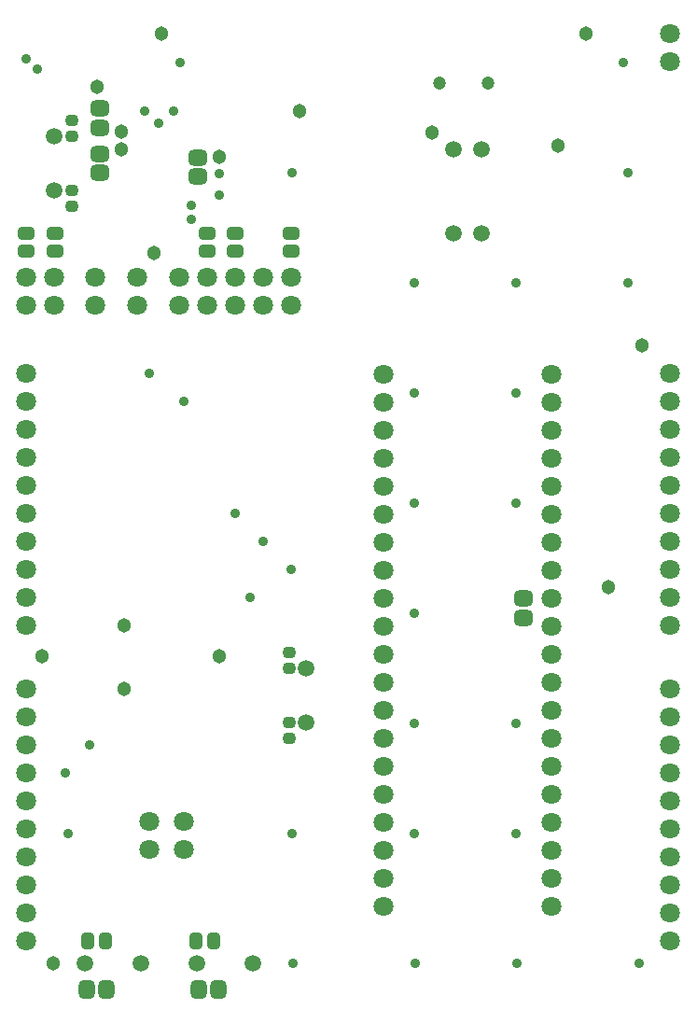
<source format=gbs>
%FSTAX43Y43*%
%MOMM*%
G71*
G01*
G75*
G04 Layer_Color=3394611*
G04:AMPARAMS|DCode=10|XSize=1.3mm|YSize=1mm|CornerRadius=0.25mm|HoleSize=0mm|Usage=FLASHONLY|Rotation=270.000|XOffset=0mm|YOffset=0mm|HoleType=Round|Shape=RoundedRectangle|*
%AMROUNDEDRECTD10*
21,1,1.300,0.500,0,0,270.0*
21,1,0.800,1.000,0,0,270.0*
1,1,0.500,-0.250,-0.400*
1,1,0.500,-0.250,0.400*
1,1,0.500,0.250,0.400*
1,1,0.500,0.250,-0.400*
%
%ADD10ROUNDEDRECTD10*%
G04:AMPARAMS|DCode=11|XSize=1.5mm|YSize=1.3mm|CornerRadius=0.325mm|HoleSize=0mm|Usage=FLASHONLY|Rotation=270.000|XOffset=0mm|YOffset=0mm|HoleType=Round|Shape=RoundedRectangle|*
%AMROUNDEDRECTD11*
21,1,1.500,0.650,0,0,270.0*
21,1,0.850,1.300,0,0,270.0*
1,1,0.650,-0.325,-0.425*
1,1,0.650,-0.325,0.425*
1,1,0.650,0.325,0.425*
1,1,0.650,0.325,-0.425*
%
%ADD11ROUNDEDRECTD11*%
G04:AMPARAMS|DCode=12|XSize=1.9mm|YSize=0.5mm|CornerRadius=0.125mm|HoleSize=0mm|Usage=FLASHONLY|Rotation=0.000|XOffset=0mm|YOffset=0mm|HoleType=Round|Shape=RoundedRectangle|*
%AMROUNDEDRECTD12*
21,1,1.900,0.250,0,0,0.0*
21,1,1.650,0.500,0,0,0.0*
1,1,0.250,0.825,-0.125*
1,1,0.250,-0.825,-0.125*
1,1,0.250,-0.825,0.125*
1,1,0.250,0.825,0.125*
%
%ADD12ROUNDEDRECTD12*%
G04:AMPARAMS|DCode=13|XSize=1.9mm|YSize=0.5mm|CornerRadius=0.125mm|HoleSize=0mm|Usage=FLASHONLY|Rotation=90.000|XOffset=0mm|YOffset=0mm|HoleType=Round|Shape=RoundedRectangle|*
%AMROUNDEDRECTD13*
21,1,1.900,0.250,0,0,90.0*
21,1,1.650,0.500,0,0,90.0*
1,1,0.250,0.125,0.825*
1,1,0.250,0.125,-0.825*
1,1,0.250,-0.125,-0.825*
1,1,0.250,-0.125,0.825*
%
%ADD13ROUNDEDRECTD13*%
G04:AMPARAMS|DCode=14|XSize=1.3mm|YSize=1mm|CornerRadius=0.25mm|HoleSize=0mm|Usage=FLASHONLY|Rotation=180.000|XOffset=0mm|YOffset=0mm|HoleType=Round|Shape=RoundedRectangle|*
%AMROUNDEDRECTD14*
21,1,1.300,0.500,0,0,180.0*
21,1,0.800,1.000,0,0,180.0*
1,1,0.500,-0.400,0.250*
1,1,0.500,0.400,0.250*
1,1,0.500,0.400,-0.250*
1,1,0.500,-0.400,-0.250*
%
%ADD14ROUNDEDRECTD14*%
G04:AMPARAMS|DCode=15|XSize=1.5mm|YSize=1.3mm|CornerRadius=0.325mm|HoleSize=0mm|Usage=FLASHONLY|Rotation=0.000|XOffset=0mm|YOffset=0mm|HoleType=Round|Shape=RoundedRectangle|*
%AMROUNDEDRECTD15*
21,1,1.500,0.650,0,0,0.0*
21,1,0.850,1.300,0,0,0.0*
1,1,0.650,0.425,-0.325*
1,1,0.650,-0.425,-0.325*
1,1,0.650,-0.425,0.325*
1,1,0.650,0.425,0.325*
%
%ADD15ROUNDEDRECTD15*%
G04:AMPARAMS|DCode=16|XSize=2.65mm|YSize=1.75mm|CornerRadius=0.438mm|HoleSize=0mm|Usage=FLASHONLY|Rotation=270.000|XOffset=0mm|YOffset=0mm|HoleType=Round|Shape=RoundedRectangle|*
%AMROUNDEDRECTD16*
21,1,2.650,0.875,0,0,270.0*
21,1,1.775,1.750,0,0,270.0*
1,1,0.875,-0.438,-0.887*
1,1,0.875,-0.438,0.887*
1,1,0.875,0.438,0.887*
1,1,0.875,0.438,-0.887*
%
%ADD16ROUNDEDRECTD16*%
G04:AMPARAMS|DCode=17|XSize=0.9mm|YSize=2.7mm|CornerRadius=0.225mm|HoleSize=0mm|Usage=FLASHONLY|Rotation=270.000|XOffset=0mm|YOffset=0mm|HoleType=Round|Shape=RoundedRectangle|*
%AMROUNDEDRECTD17*
21,1,0.900,2.250,0,0,270.0*
21,1,0.450,2.700,0,0,270.0*
1,1,0.450,-1.125,-0.225*
1,1,0.450,-1.125,0.225*
1,1,0.450,1.125,0.225*
1,1,0.450,1.125,-0.225*
%
%ADD17ROUNDEDRECTD17*%
G04:AMPARAMS|DCode=18|XSize=1mm|YSize=2.8mm|CornerRadius=0.25mm|HoleSize=0mm|Usage=FLASHONLY|Rotation=270.000|XOffset=0mm|YOffset=0mm|HoleType=Round|Shape=RoundedRectangle|*
%AMROUNDEDRECTD18*
21,1,1.000,2.300,0,0,270.0*
21,1,0.500,2.800,0,0,270.0*
1,1,0.500,-1.150,-0.250*
1,1,0.500,-1.150,0.250*
1,1,0.500,1.150,0.250*
1,1,0.500,1.150,-0.250*
%
%ADD18ROUNDEDRECTD18*%
G04:AMPARAMS|DCode=19|XSize=1.5mm|YSize=1.25mm|CornerRadius=0.313mm|HoleSize=0mm|Usage=FLASHONLY|Rotation=0.000|XOffset=0mm|YOffset=0mm|HoleType=Round|Shape=RoundedRectangle|*
%AMROUNDEDRECTD19*
21,1,1.500,0.625,0,0,0.0*
21,1,0.875,1.250,0,0,0.0*
1,1,0.625,0.438,-0.313*
1,1,0.625,-0.438,-0.313*
1,1,0.625,-0.438,0.313*
1,1,0.625,0.438,0.313*
%
%ADD19ROUNDEDRECTD19*%
%ADD20O,0.500X2.250*%
G04:AMPARAMS|DCode=21|XSize=2.5mm|YSize=2mm|CornerRadius=0.5mm|HoleSize=0mm|Usage=FLASHONLY|Rotation=90.000|XOffset=0mm|YOffset=0mm|HoleType=Round|Shape=RoundedRectangle|*
%AMROUNDEDRECTD21*
21,1,2.500,1.000,0,0,90.0*
21,1,1.500,2.000,0,0,90.0*
1,1,1.000,0.500,0.750*
1,1,1.000,0.500,-0.750*
1,1,1.000,-0.500,-0.750*
1,1,1.000,-0.500,0.750*
%
%ADD21ROUNDEDRECTD21*%
%ADD22C,0.500*%
%ADD23C,1.000*%
%ADD24C,0.300*%
%ADD25C,1.600*%
%ADD26C,1.300*%
%ADD27C,1.000*%
%ADD28C,1.100*%
%ADD29C,0.700*%
G04:AMPARAMS|DCode=30|XSize=0.9mm|YSize=0.8mm|CornerRadius=0.2mm|HoleSize=0mm|Usage=FLASHONLY|Rotation=180.000|XOffset=0mm|YOffset=0mm|HoleType=Round|Shape=RoundedRectangle|*
%AMROUNDEDRECTD30*
21,1,0.900,0.400,0,0,180.0*
21,1,0.500,0.800,0,0,180.0*
1,1,0.400,-0.250,0.200*
1,1,0.400,0.250,0.200*
1,1,0.400,0.250,-0.200*
1,1,0.400,-0.250,-0.200*
%
%ADD30ROUNDEDRECTD30*%
G04:AMPARAMS|DCode=31|XSize=1.5mm|YSize=1.25mm|CornerRadius=0.313mm|HoleSize=0mm|Usage=FLASHONLY|Rotation=270.000|XOffset=0mm|YOffset=0mm|HoleType=Round|Shape=RoundedRectangle|*
%AMROUNDEDRECTD31*
21,1,1.500,0.625,0,0,270.0*
21,1,0.875,1.250,0,0,270.0*
1,1,0.625,-0.313,-0.438*
1,1,0.625,-0.313,0.438*
1,1,0.625,0.313,0.438*
1,1,0.625,0.313,-0.438*
%
%ADD31ROUNDEDRECTD31*%
%ADD32C,0.178*%
%ADD33C,0.005*%
%ADD34C,0.250*%
%ADD35C,0.254*%
%ADD36C,0.400*%
G04:AMPARAMS|DCode=37|XSize=1.503mm|YSize=1.203mm|CornerRadius=0.352mm|HoleSize=0mm|Usage=FLASHONLY|Rotation=270.000|XOffset=0mm|YOffset=0mm|HoleType=Round|Shape=RoundedRectangle|*
%AMROUNDEDRECTD37*
21,1,1.503,0.500,0,0,270.0*
21,1,0.800,1.203,0,0,270.0*
1,1,0.703,-0.250,-0.400*
1,1,0.703,-0.250,0.400*
1,1,0.703,0.250,0.400*
1,1,0.703,0.250,-0.400*
%
%ADD37ROUNDEDRECTD37*%
G04:AMPARAMS|DCode=38|XSize=1.703mm|YSize=1.503mm|CornerRadius=0.427mm|HoleSize=0mm|Usage=FLASHONLY|Rotation=270.000|XOffset=0mm|YOffset=0mm|HoleType=Round|Shape=RoundedRectangle|*
%AMROUNDEDRECTD38*
21,1,1.703,0.650,0,0,270.0*
21,1,0.850,1.503,0,0,270.0*
1,1,0.853,-0.325,-0.425*
1,1,0.853,-0.325,0.425*
1,1,0.853,0.325,0.425*
1,1,0.853,0.325,-0.425*
%
%ADD38ROUNDEDRECTD38*%
G04:AMPARAMS|DCode=39|XSize=2.1mm|YSize=0.7mm|CornerRadius=0.225mm|HoleSize=0mm|Usage=FLASHONLY|Rotation=0.000|XOffset=0mm|YOffset=0mm|HoleType=Round|Shape=RoundedRectangle|*
%AMROUNDEDRECTD39*
21,1,2.100,0.250,0,0,0.0*
21,1,1.650,0.700,0,0,0.0*
1,1,0.450,0.825,-0.125*
1,1,0.450,-0.825,-0.125*
1,1,0.450,-0.825,0.125*
1,1,0.450,0.825,0.125*
%
%ADD39ROUNDEDRECTD39*%
G04:AMPARAMS|DCode=40|XSize=2.1mm|YSize=0.7mm|CornerRadius=0.225mm|HoleSize=0mm|Usage=FLASHONLY|Rotation=90.000|XOffset=0mm|YOffset=0mm|HoleType=Round|Shape=RoundedRectangle|*
%AMROUNDEDRECTD40*
21,1,2.100,0.250,0,0,90.0*
21,1,1.650,0.700,0,0,90.0*
1,1,0.450,0.125,0.825*
1,1,0.450,0.125,-0.825*
1,1,0.450,-0.125,-0.825*
1,1,0.450,-0.125,0.825*
%
%ADD40ROUNDEDRECTD40*%
G04:AMPARAMS|DCode=41|XSize=1.503mm|YSize=1.203mm|CornerRadius=0.352mm|HoleSize=0mm|Usage=FLASHONLY|Rotation=180.000|XOffset=0mm|YOffset=0mm|HoleType=Round|Shape=RoundedRectangle|*
%AMROUNDEDRECTD41*
21,1,1.503,0.500,0,0,180.0*
21,1,0.800,1.203,0,0,180.0*
1,1,0.703,-0.400,0.250*
1,1,0.703,0.400,0.250*
1,1,0.703,0.400,-0.250*
1,1,0.703,-0.400,-0.250*
%
%ADD41ROUNDEDRECTD41*%
G04:AMPARAMS|DCode=42|XSize=1.703mm|YSize=1.503mm|CornerRadius=0.427mm|HoleSize=0mm|Usage=FLASHONLY|Rotation=0.000|XOffset=0mm|YOffset=0mm|HoleType=Round|Shape=RoundedRectangle|*
%AMROUNDEDRECTD42*
21,1,1.703,0.650,0,0,0.0*
21,1,0.850,1.503,0,0,0.0*
1,1,0.853,0.425,-0.325*
1,1,0.853,-0.425,-0.325*
1,1,0.853,-0.425,0.325*
1,1,0.853,0.425,0.325*
%
%ADD42ROUNDEDRECTD42*%
G04:AMPARAMS|DCode=43|XSize=2.853mm|YSize=1.953mm|CornerRadius=0.539mm|HoleSize=0mm|Usage=FLASHONLY|Rotation=270.000|XOffset=0mm|YOffset=0mm|HoleType=Round|Shape=RoundedRectangle|*
%AMROUNDEDRECTD43*
21,1,2.853,0.875,0,0,270.0*
21,1,1.775,1.953,0,0,270.0*
1,1,1.078,-0.438,-0.887*
1,1,1.078,-0.438,0.887*
1,1,1.078,0.438,0.887*
1,1,1.078,0.438,-0.887*
%
%ADD43ROUNDEDRECTD43*%
G04:AMPARAMS|DCode=44|XSize=1.103mm|YSize=2.903mm|CornerRadius=0.327mm|HoleSize=0mm|Usage=FLASHONLY|Rotation=270.000|XOffset=0mm|YOffset=0mm|HoleType=Round|Shape=RoundedRectangle|*
%AMROUNDEDRECTD44*
21,1,1.103,2.250,0,0,270.0*
21,1,0.450,2.903,0,0,270.0*
1,1,0.653,-1.125,-0.225*
1,1,0.653,-1.125,0.225*
1,1,0.653,1.125,0.225*
1,1,0.653,1.125,-0.225*
%
%ADD44ROUNDEDRECTD44*%
G04:AMPARAMS|DCode=45|XSize=1.203mm|YSize=3.003mm|CornerRadius=0.352mm|HoleSize=0mm|Usage=FLASHONLY|Rotation=270.000|XOffset=0mm|YOffset=0mm|HoleType=Round|Shape=RoundedRectangle|*
%AMROUNDEDRECTD45*
21,1,1.203,2.300,0,0,270.0*
21,1,0.500,3.003,0,0,270.0*
1,1,0.703,-1.150,-0.250*
1,1,0.703,-1.150,0.250*
1,1,0.703,1.150,0.250*
1,1,0.703,1.150,-0.250*
%
%ADD45ROUNDEDRECTD45*%
G04:AMPARAMS|DCode=46|XSize=1.703mm|YSize=1.453mm|CornerRadius=0.414mm|HoleSize=0mm|Usage=FLASHONLY|Rotation=0.000|XOffset=0mm|YOffset=0mm|HoleType=Round|Shape=RoundedRectangle|*
%AMROUNDEDRECTD46*
21,1,1.703,0.625,0,0,0.0*
21,1,0.875,1.453,0,0,0.0*
1,1,0.828,0.438,-0.313*
1,1,0.828,-0.438,-0.313*
1,1,0.828,-0.438,0.313*
1,1,0.828,0.438,0.313*
%
%ADD46ROUNDEDRECTD46*%
%ADD47O,0.703X2.453*%
G04:AMPARAMS|DCode=48|XSize=2.703mm|YSize=2.203mm|CornerRadius=0.602mm|HoleSize=0mm|Usage=FLASHONLY|Rotation=90.000|XOffset=0mm|YOffset=0mm|HoleType=Round|Shape=RoundedRectangle|*
%AMROUNDEDRECTD48*
21,1,2.703,1.000,0,0,90.0*
21,1,1.500,2.203,0,0,90.0*
1,1,1.203,0.500,0.750*
1,1,1.203,0.500,-0.750*
1,1,1.203,-0.500,-0.750*
1,1,1.203,-0.500,0.750*
%
%ADD48ROUNDEDRECTD48*%
%ADD49C,1.800*%
%ADD50C,1.803*%
%ADD51C,1.500*%
%ADD52C,1.503*%
%ADD53C,1.200*%
%ADD54C,1.303*%
%ADD55C,0.903*%
G04:AMPARAMS|DCode=56|XSize=1.103mm|YSize=1.003mm|CornerRadius=0.302mm|HoleSize=0mm|Usage=FLASHONLY|Rotation=180.000|XOffset=0mm|YOffset=0mm|HoleType=Round|Shape=RoundedRectangle|*
%AMROUNDEDRECTD56*
21,1,1.103,0.400,0,0,180.0*
21,1,0.500,1.003,0,0,180.0*
1,1,0.603,-0.250,0.200*
1,1,0.603,0.250,0.200*
1,1,0.603,0.250,-0.200*
1,1,0.603,-0.250,-0.200*
%
%ADD56ROUNDEDRECTD56*%
G04:AMPARAMS|DCode=57|XSize=1.703mm|YSize=1.453mm|CornerRadius=0.414mm|HoleSize=0mm|Usage=FLASHONLY|Rotation=270.000|XOffset=0mm|YOffset=0mm|HoleType=Round|Shape=RoundedRectangle|*
%AMROUNDEDRECTD57*
21,1,1.703,0.625,0,0,270.0*
21,1,0.875,1.453,0,0,270.0*
1,1,0.828,-0.313,-0.438*
1,1,0.828,-0.313,0.438*
1,1,0.828,0.313,0.438*
1,1,0.828,0.313,-0.438*
%
%ADD57ROUNDEDRECTD57*%
D37*
X0029362Y0060325D02*
D03*
X0030962D02*
D03*
X0039205D02*
D03*
X0040805D02*
D03*
D41*
X00238Y0124498D02*
D03*
Y0122898D02*
D03*
X00264Y0124498D02*
D03*
Y0122898D02*
D03*
X0040195D02*
D03*
Y0124498D02*
D03*
X0042736Y0122898D02*
D03*
Y0124498D02*
D03*
X0047815Y0122898D02*
D03*
Y0124498D02*
D03*
D46*
X003048Y0131685D02*
D03*
Y0129935D02*
D03*
Y0134062D02*
D03*
Y0135812D02*
D03*
X003937Y0131367D02*
D03*
Y0129617D02*
D03*
X0068897Y0089613D02*
D03*
Y0091363D02*
D03*
D49*
X0023813Y0120523D02*
D03*
X0026353D02*
D03*
X0037655Y0117983D02*
D03*
X0040195D02*
D03*
X0042736D02*
D03*
X0045276D02*
D03*
X0047815D02*
D03*
Y0120523D02*
D03*
X0045276D02*
D03*
X0042736D02*
D03*
X0040195D02*
D03*
X0037655D02*
D03*
X0082232Y0140018D02*
D03*
Y0142557D02*
D03*
X0034925Y006858D02*
D03*
Y007112D02*
D03*
X00381Y006858D02*
D03*
Y007112D02*
D03*
X0023812Y011176D02*
D03*
Y010922D02*
D03*
Y010668D02*
D03*
Y010414D02*
D03*
Y01016D02*
D03*
Y009906D02*
D03*
Y009652D02*
D03*
Y009398D02*
D03*
Y009144D02*
D03*
Y00889D02*
D03*
Y0060325D02*
D03*
Y0062865D02*
D03*
Y0065405D02*
D03*
Y0067945D02*
D03*
Y0070485D02*
D03*
Y0073025D02*
D03*
Y0075565D02*
D03*
Y0078105D02*
D03*
Y0080645D02*
D03*
Y0083185D02*
D03*
X0082232Y0060325D02*
D03*
Y0062865D02*
D03*
Y0065405D02*
D03*
Y0067945D02*
D03*
Y0070485D02*
D03*
Y0073025D02*
D03*
Y0075565D02*
D03*
Y0078105D02*
D03*
Y0080645D02*
D03*
Y0083185D02*
D03*
X0033846Y0120523D02*
D03*
Y0117983D02*
D03*
X0030035D02*
D03*
Y0120523D02*
D03*
X0023812Y0117983D02*
D03*
X0026353D02*
D03*
X0082232Y011176D02*
D03*
Y010922D02*
D03*
Y010668D02*
D03*
Y010414D02*
D03*
Y01016D02*
D03*
Y009906D02*
D03*
Y009652D02*
D03*
Y009398D02*
D03*
Y009144D02*
D03*
Y00889D02*
D03*
D50*
X0056197Y0111713D02*
D03*
Y0109173D02*
D03*
Y0106632D02*
D03*
Y0104092D02*
D03*
Y0101552D02*
D03*
Y0099012D02*
D03*
Y0096473D02*
D03*
Y0093933D02*
D03*
Y0091393D02*
D03*
Y0088853D02*
D03*
Y0086312D02*
D03*
Y0083772D02*
D03*
Y0081232D02*
D03*
Y0078692D02*
D03*
Y0076152D02*
D03*
Y0073613D02*
D03*
Y0071073D02*
D03*
Y0068533D02*
D03*
Y0065993D02*
D03*
Y0063452D02*
D03*
X0071438Y0111713D02*
D03*
Y0109173D02*
D03*
Y0106632D02*
D03*
Y0104092D02*
D03*
Y0101552D02*
D03*
Y0099012D02*
D03*
Y0096473D02*
D03*
Y0093933D02*
D03*
Y0091393D02*
D03*
Y0088853D02*
D03*
Y0086312D02*
D03*
Y0083772D02*
D03*
Y0081232D02*
D03*
Y0078692D02*
D03*
Y0076152D02*
D03*
Y0073613D02*
D03*
Y0071073D02*
D03*
Y0068533D02*
D03*
Y0065993D02*
D03*
Y0063452D02*
D03*
D51*
X0026353Y012837D02*
D03*
Y013325D02*
D03*
X0065088Y012446D02*
D03*
X0062548D02*
D03*
X0049213Y008011D02*
D03*
Y008499D02*
D03*
D52*
X0065088Y013208D02*
D03*
X0062548D02*
D03*
X0044323Y0058293D02*
D03*
X0039243D02*
D03*
X0034227D02*
D03*
X0029146D02*
D03*
D53*
X00613Y0138143D02*
D03*
X00657D02*
D03*
D54*
X00302Y01378D02*
D03*
X00354Y01227D02*
D03*
X00262Y00583D02*
D03*
X00766Y00924D02*
D03*
X00413Y00861D02*
D03*
X00252D02*
D03*
X0072073Y0132398D02*
D03*
X0074613Y0142557D02*
D03*
X0032702Y00889D02*
D03*
Y0083185D02*
D03*
X0036042Y0142557D02*
D03*
X0041275Y0131445D02*
D03*
X0032385Y0133667D02*
D03*
Y013208D02*
D03*
X0048577Y0135572D02*
D03*
X0079692Y01143D02*
D03*
X00606Y01336D02*
D03*
D55*
X00358Y01345D02*
D03*
X0079378Y00583D02*
D03*
X0048D02*
D03*
X0059057D02*
D03*
X006832D02*
D03*
X0037783Y014D02*
D03*
X0078D02*
D03*
X0047943Y013D02*
D03*
X0078423D02*
D03*
X0059Y012D02*
D03*
X0068262D02*
D03*
X0078423D02*
D03*
X0059Y011D02*
D03*
X0068262D02*
D03*
X0059Y01D02*
D03*
X0068262D02*
D03*
X0059Y009D02*
D03*
Y008D02*
D03*
X0068262D02*
D03*
X0047943Y007D02*
D03*
X0059D02*
D03*
X0068262D02*
D03*
X0027622D02*
D03*
X0023812Y0140335D02*
D03*
X0024765Y0139383D02*
D03*
X0027305Y0075565D02*
D03*
X0029528Y0078105D02*
D03*
X0044132Y009144D02*
D03*
X00381Y010922D02*
D03*
X0042736Y009906D02*
D03*
X0045276Y009652D02*
D03*
X0047815Y009398D02*
D03*
X0034925Y011176D02*
D03*
X0034525Y0135572D02*
D03*
X0037147D02*
D03*
X0041275Y0129857D02*
D03*
Y0127952D02*
D03*
X0038735Y0127D02*
D03*
Y012573D02*
D03*
D56*
X002794Y0133285D02*
D03*
Y0134685D02*
D03*
X002794Y0128335D02*
D03*
Y0126935D02*
D03*
X0047625Y0086425D02*
D03*
Y0085025D02*
D03*
X0047625Y0078675D02*
D03*
Y0080075D02*
D03*
D57*
X0029288Y005588D02*
D03*
X0031038D02*
D03*
X0039447D02*
D03*
X0041197D02*
D03*
M02*

</source>
